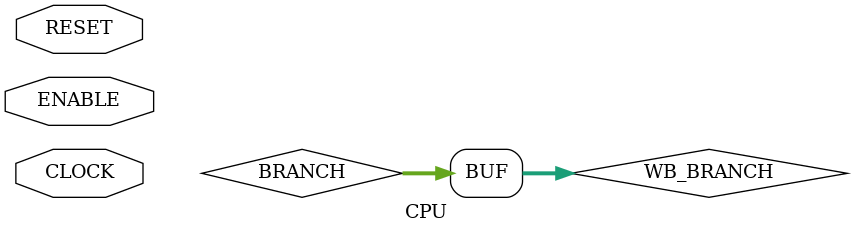
<source format=v>
`timescale 100fs/100fs
module CPU 
    ( input  CLOCK // clock
    , input  RESET // reset
    , input  ENABLE
    );
wire [32:0] BRANCH;
wire [30:0] PC_INSTRUCTION;
wire [31:0] PC_VALUE;
wire [37:0] WRITE_PAIR;
wire STALL;
wire [5:0]  DM_WRITE;
wire [1:0]  DM_MEM;
wire [33:0] DM_BRANCH_FLAG;
wire [4:0]  DM_ALU;
wire [32:0] DM_IMM;
wire [4:0]  DM_RS;
wire [31:0] DM_RSV;
wire [4:0]  DM_RT;
wire [31:0] DM_RTV;
wire [31:0] DM_COUNTER;
wire [37:0] AM_FW_0;
wire [37:0] AM_FW_1;
wire [5:0]  AM_WRITE_REG;
wire [33:0] AM_MEM_OP;
wire [31:0] AM_RESULT;
wire [32:0] AM_BRANCH_TARGET;
wire [32:0] MMO_BRANCH;
wire [37:0] MMO_WRITE_PAIR;
wire [37:0] MMO_FORWARD;
wire [32:0] WB_BRANCH;
wire [37:0] WB_WRITE_PAIR;

    InstructionModule IM
    ( // Inputs
      .CLOCK(CLOCK), // clock
      .RESET(RESET), // reset
      .ENABLE(ENABLE),
      .BRANCH(BRANCH),
      .STALL(STALL),

      // Outputs
      .PC_INSTRUCTION(PC_INSTRUCTION),
      .PC_VALUE(PC_VALUE)
    );



    DecodeModule DM
    ( // Inputs
      .CLOCK(CLOCK) // clock
    , .RESET(RESET) // reset
    , .ENABLE(ENABLE)
    , .WRITE_REG(WRITE_PAIR)
    , .STALL(STALL)
    , .INSTRUCTION(PC_INSTRUCTION)
    , .COUNTER(PC_VALUE)

      // Outputs
    , .DM_WRITE(DM_WRITE)
    , .DM_MEM(DM_MEM)
    , .DM_BRANCH_FLAG(DM_BRANCH_FLAG)
    , .DM_ALU(DM_ALU)
    , .DM_IMM(DM_IMM)
    , .DM_RS(DM_RS)
    , .DM_RSV(DM_RSV)
    , .DM_RT(DM_RT)
    , .DM_RTV(DM_RTV)
    , .DM_COUNTER(DM_COUNTER)
    );



    AithmeticModule AM
    ( // Inputs
      .CLOCK(CLOCK) // clock
    , .RESET(RESET) // reset
    , .ENABLE(ENABLE)
    , .FW_0(AM_FW_0)
    , .FW_1(AM_FW_1)
    , .STALL(STALL)
    , .AM_WRITE(DM_WRITE)
    , .AM_MEM(DM_MEM)
    , .AM_BRANCH_FLAG(DM_BRANCH_FLAG)
    , .AM_ALU(DM_ALU)
    , .AM_IMM(DM_IMM)
    , .AM_RS(DM_RS)
    , .AM_RSV(DM_RSV)
    , .AM_RT(DM_RT)
    , .AM_RTV(DM_RTV)
    , .AM_COUNTER(DM_COUNTER)

      // Outputs
    , .AM_WRITE_REG(AM_WRITE_REG)
    , .AM_MEM_OP(AM_MEM_OP)
    , .AM_RESULT(AM_RESULT)
    , .AM_BRANCH_TARGET(AM_BRANCH_TARGET)
    );


    MemoryModule MM
    ( // Inputs
      .CLOCK(CLOCK) // clock
    , .RESET(RESET) // reset
    , .ENABLE(ENABLE)
    , .MMI_WRITE_REG(AM_WRITE_REG)
    , .MMI_MEM_OP(AM_MEM_OP)
    , .MMI_RESULT(AM_RESULT)
    , .MMI_BRANCH_TARGET(AM_BRANCH_TARGET)
    , .STALL(STALL)

      // Outputs
    , .MMO_BRANCH(MMO_BRANCH)
    , .MMO_WRITE_PAIR(MMO_WRITE_PAIR)
    );



    WriteBack WB
    ( // Inputs
      .CLOCK(CLOCK) // clock
    , .RESET(RESET) // reset
    , .ENABLE(ENABLE)
    , .BRANCH(MMO_BRANCH)
    , .WRITE_PAIR(MMO_WRITE_PAIR)

      // Outputs
    , .WB_BRANCH(WB_BRANCH)
    , .WB_WRITE_PAIR(WB_WRITE_PAIR)
    );

    assign AM_FW_0 = MMO_WRITE_PAIR;

    assign AM_FW_1 = WB_WRITE_PAIR;

    assign WRITE_PAIR = WB_WRITE_PAIR;

    assign BRANCH  = WB_BRANCH;
    

    HazardUnit HU
    ( // Inputs
      .HZ_WRITE(AM_WRITE_REG)
    , .HZ_MEMOP(AM_MEM_OP)
    , .HZ_RS(DM_RS)
    , .HZ_RT(DM_RT)
    , .HZ_BRANCH(BRANCH)

      // Outputs
    , .STALL(STALL)
    );
    



endmodule
</source>
